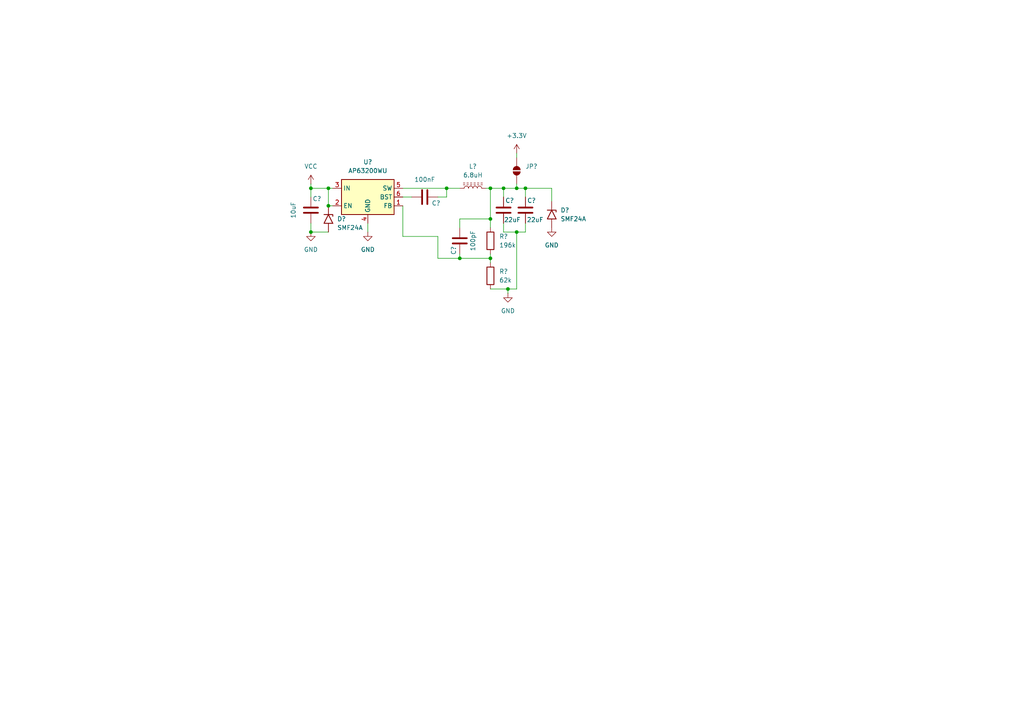
<source format=kicad_sch>
(kicad_sch
	(version 20250114)
	(generator "eeschema")
	(generator_version "9.0")
	(uuid "7e4294f7-fcce-4a84-9a6f-c6dcfccf890e")
	(paper "A4")
	(lib_symbols
		(symbol "Device:C"
			(pin_numbers
				(hide yes)
			)
			(pin_names
				(offset 0.254)
			)
			(exclude_from_sim no)
			(in_bom yes)
			(on_board yes)
			(property "Reference" "C"
				(at 0.635 2.54 0)
				(effects
					(font
						(size 1.27 1.27)
					)
					(justify left)
				)
			)
			(property "Value" "C"
				(at 0.635 -2.54 0)
				(effects
					(font
						(size 1.27 1.27)
					)
					(justify left)
				)
			)
			(property "Footprint" ""
				(at 0.9652 -3.81 0)
				(effects
					(font
						(size 1.27 1.27)
					)
					(hide yes)
				)
			)
			(property "Datasheet" "~"
				(at 0 0 0)
				(effects
					(font
						(size 1.27 1.27)
					)
					(hide yes)
				)
			)
			(property "Description" "Unpolarized capacitor"
				(at 0 0 0)
				(effects
					(font
						(size 1.27 1.27)
					)
					(hide yes)
				)
			)
			(property "ki_keywords" "cap capacitor"
				(at 0 0 0)
				(effects
					(font
						(size 1.27 1.27)
					)
					(hide yes)
				)
			)
			(property "ki_fp_filters" "C_*"
				(at 0 0 0)
				(effects
					(font
						(size 1.27 1.27)
					)
					(hide yes)
				)
			)
			(symbol "C_0_1"
				(polyline
					(pts
						(xy -2.032 0.762) (xy 2.032 0.762)
					)
					(stroke
						(width 0.508)
						(type default)
					)
					(fill
						(type none)
					)
				)
				(polyline
					(pts
						(xy -2.032 -0.762) (xy 2.032 -0.762)
					)
					(stroke
						(width 0.508)
						(type default)
					)
					(fill
						(type none)
					)
				)
			)
			(symbol "C_1_1"
				(pin passive line
					(at 0 3.81 270)
					(length 2.794)
					(name "~"
						(effects
							(font
								(size 1.27 1.27)
							)
						)
					)
					(number "1"
						(effects
							(font
								(size 1.27 1.27)
							)
						)
					)
				)
				(pin passive line
					(at 0 -3.81 90)
					(length 2.794)
					(name "~"
						(effects
							(font
								(size 1.27 1.27)
							)
						)
					)
					(number "2"
						(effects
							(font
								(size 1.27 1.27)
							)
						)
					)
				)
			)
			(embedded_fonts no)
		)
		(symbol "Device:L_Ferrite"
			(pin_numbers
				(hide yes)
			)
			(pin_names
				(offset 1.016)
				(hide yes)
			)
			(exclude_from_sim no)
			(in_bom yes)
			(on_board yes)
			(property "Reference" "L"
				(at -1.27 0 90)
				(effects
					(font
						(size 1.27 1.27)
					)
				)
			)
			(property "Value" "L_Ferrite"
				(at 2.794 0 90)
				(effects
					(font
						(size 1.27 1.27)
					)
				)
			)
			(property "Footprint" ""
				(at 0 0 0)
				(effects
					(font
						(size 1.27 1.27)
					)
					(hide yes)
				)
			)
			(property "Datasheet" "~"
				(at 0 0 0)
				(effects
					(font
						(size 1.27 1.27)
					)
					(hide yes)
				)
			)
			(property "Description" "Inductor with ferrite core"
				(at 0 0 0)
				(effects
					(font
						(size 1.27 1.27)
					)
					(hide yes)
				)
			)
			(property "ki_keywords" "inductor choke coil reactor magnetic"
				(at 0 0 0)
				(effects
					(font
						(size 1.27 1.27)
					)
					(hide yes)
				)
			)
			(property "ki_fp_filters" "Choke_* *Coil* Inductor_* L_*"
				(at 0 0 0)
				(effects
					(font
						(size 1.27 1.27)
					)
					(hide yes)
				)
			)
			(symbol "L_Ferrite_0_1"
				(arc
					(start 0 2.54)
					(mid 0.6323 1.905)
					(end 0 1.27)
					(stroke
						(width 0)
						(type default)
					)
					(fill
						(type none)
					)
				)
				(arc
					(start 0 1.27)
					(mid 0.6323 0.635)
					(end 0 0)
					(stroke
						(width 0)
						(type default)
					)
					(fill
						(type none)
					)
				)
				(arc
					(start 0 0)
					(mid 0.6323 -0.635)
					(end 0 -1.27)
					(stroke
						(width 0)
						(type default)
					)
					(fill
						(type none)
					)
				)
				(arc
					(start 0 -1.27)
					(mid 0.6323 -1.905)
					(end 0 -2.54)
					(stroke
						(width 0)
						(type default)
					)
					(fill
						(type none)
					)
				)
				(polyline
					(pts
						(xy 1.016 2.286) (xy 1.016 2.794)
					)
					(stroke
						(width 0)
						(type default)
					)
					(fill
						(type none)
					)
				)
				(polyline
					(pts
						(xy 1.016 1.27) (xy 1.016 1.778)
					)
					(stroke
						(width 0)
						(type default)
					)
					(fill
						(type none)
					)
				)
				(polyline
					(pts
						(xy 1.016 0.254) (xy 1.016 0.762)
					)
					(stroke
						(width 0)
						(type default)
					)
					(fill
						(type none)
					)
				)
				(polyline
					(pts
						(xy 1.016 -0.762) (xy 1.016 -0.254)
					)
					(stroke
						(width 0)
						(type default)
					)
					(fill
						(type none)
					)
				)
				(polyline
					(pts
						(xy 1.016 -1.778) (xy 1.016 -1.27)
					)
					(stroke
						(width 0)
						(type default)
					)
					(fill
						(type none)
					)
				)
				(polyline
					(pts
						(xy 1.016 -2.794) (xy 1.016 -2.286)
					)
					(stroke
						(width 0)
						(type default)
					)
					(fill
						(type none)
					)
				)
				(polyline
					(pts
						(xy 1.524 2.794) (xy 1.524 2.286)
					)
					(stroke
						(width 0)
						(type default)
					)
					(fill
						(type none)
					)
				)
				(polyline
					(pts
						(xy 1.524 1.778) (xy 1.524 1.27)
					)
					(stroke
						(width 0)
						(type default)
					)
					(fill
						(type none)
					)
				)
				(polyline
					(pts
						(xy 1.524 0.762) (xy 1.524 0.254)
					)
					(stroke
						(width 0)
						(type default)
					)
					(fill
						(type none)
					)
				)
				(polyline
					(pts
						(xy 1.524 -0.254) (xy 1.524 -0.762)
					)
					(stroke
						(width 0)
						(type default)
					)
					(fill
						(type none)
					)
				)
				(polyline
					(pts
						(xy 1.524 -1.27) (xy 1.524 -1.778)
					)
					(stroke
						(width 0)
						(type default)
					)
					(fill
						(type none)
					)
				)
				(polyline
					(pts
						(xy 1.524 -2.286) (xy 1.524 -2.794)
					)
					(stroke
						(width 0)
						(type default)
					)
					(fill
						(type none)
					)
				)
			)
			(symbol "L_Ferrite_1_1"
				(pin passive line
					(at 0 3.81 270)
					(length 1.27)
					(name "1"
						(effects
							(font
								(size 1.27 1.27)
							)
						)
					)
					(number "1"
						(effects
							(font
								(size 1.27 1.27)
							)
						)
					)
				)
				(pin passive line
					(at 0 -3.81 90)
					(length 1.27)
					(name "2"
						(effects
							(font
								(size 1.27 1.27)
							)
						)
					)
					(number "2"
						(effects
							(font
								(size 1.27 1.27)
							)
						)
					)
				)
			)
			(embedded_fonts no)
		)
		(symbol "Device:R"
			(pin_numbers
				(hide yes)
			)
			(pin_names
				(offset 0)
			)
			(exclude_from_sim no)
			(in_bom yes)
			(on_board yes)
			(property "Reference" "R"
				(at 2.032 0 90)
				(effects
					(font
						(size 1.27 1.27)
					)
				)
			)
			(property "Value" "R"
				(at 0 0 90)
				(effects
					(font
						(size 1.27 1.27)
					)
				)
			)
			(property "Footprint" ""
				(at -1.778 0 90)
				(effects
					(font
						(size 1.27 1.27)
					)
					(hide yes)
				)
			)
			(property "Datasheet" "~"
				(at 0 0 0)
				(effects
					(font
						(size 1.27 1.27)
					)
					(hide yes)
				)
			)
			(property "Description" "Resistor"
				(at 0 0 0)
				(effects
					(font
						(size 1.27 1.27)
					)
					(hide yes)
				)
			)
			(property "ki_keywords" "R res resistor"
				(at 0 0 0)
				(effects
					(font
						(size 1.27 1.27)
					)
					(hide yes)
				)
			)
			(property "ki_fp_filters" "R_*"
				(at 0 0 0)
				(effects
					(font
						(size 1.27 1.27)
					)
					(hide yes)
				)
			)
			(symbol "R_0_1"
				(rectangle
					(start -1.016 -2.54)
					(end 1.016 2.54)
					(stroke
						(width 0.254)
						(type default)
					)
					(fill
						(type none)
					)
				)
			)
			(symbol "R_1_1"
				(pin passive line
					(at 0 3.81 270)
					(length 1.27)
					(name "~"
						(effects
							(font
								(size 1.27 1.27)
							)
						)
					)
					(number "1"
						(effects
							(font
								(size 1.27 1.27)
							)
						)
					)
				)
				(pin passive line
					(at 0 -3.81 90)
					(length 1.27)
					(name "~"
						(effects
							(font
								(size 1.27 1.27)
							)
						)
					)
					(number "2"
						(effects
							(font
								(size 1.27 1.27)
							)
						)
					)
				)
			)
			(embedded_fonts no)
		)
		(symbol "Diode:SMF24A"
			(pin_numbers
				(hide yes)
			)
			(pin_names
				(offset 1.016)
				(hide yes)
			)
			(exclude_from_sim no)
			(in_bom yes)
			(on_board yes)
			(property "Reference" "D"
				(at 0 2.54 0)
				(effects
					(font
						(size 1.27 1.27)
					)
				)
			)
			(property "Value" "SMF24A"
				(at 0 -2.54 0)
				(effects
					(font
						(size 1.27 1.27)
					)
				)
			)
			(property "Footprint" "Diode_SMD:D_SMF"
				(at 0 -5.08 0)
				(effects
					(font
						(size 1.27 1.27)
					)
					(hide yes)
				)
			)
			(property "Datasheet" "https://www.vishay.com/doc?85881"
				(at -1.27 0 0)
				(effects
					(font
						(size 1.27 1.27)
					)
					(hide yes)
				)
			)
			(property "Description" "200W unidirectional Transil Transient Voltage Suppressor, 24Vrwm, SMF"
				(at 0 0 0)
				(effects
					(font
						(size 1.27 1.27)
					)
					(hide yes)
				)
			)
			(property "ki_keywords" "diode TVS voltage suppressor"
				(at 0 0 0)
				(effects
					(font
						(size 1.27 1.27)
					)
					(hide yes)
				)
			)
			(property "ki_fp_filters" "D*SMF*"
				(at 0 0 0)
				(effects
					(font
						(size 1.27 1.27)
					)
					(hide yes)
				)
			)
			(symbol "SMF24A_0_1"
				(polyline
					(pts
						(xy -0.762 1.27) (xy -1.27 1.27) (xy -1.27 -1.27)
					)
					(stroke
						(width 0.254)
						(type default)
					)
					(fill
						(type none)
					)
				)
				(polyline
					(pts
						(xy 1.27 1.27) (xy 1.27 -1.27) (xy -1.27 0) (xy 1.27 1.27)
					)
					(stroke
						(width 0.254)
						(type default)
					)
					(fill
						(type none)
					)
				)
			)
			(symbol "SMF24A_1_1"
				(pin passive line
					(at -3.81 0 0)
					(length 2.54)
					(name "A1"
						(effects
							(font
								(size 1.27 1.27)
							)
						)
					)
					(number "1"
						(effects
							(font
								(size 1.27 1.27)
							)
						)
					)
				)
				(pin passive line
					(at 3.81 0 180)
					(length 2.54)
					(name "A2"
						(effects
							(font
								(size 1.27 1.27)
							)
						)
					)
					(number "2"
						(effects
							(font
								(size 1.27 1.27)
							)
						)
					)
				)
			)
			(embedded_fonts no)
		)
		(symbol "Jumper:SolderJumper_2_Open"
			(pin_numbers
				(hide yes)
			)
			(pin_names
				(offset 0)
				(hide yes)
			)
			(exclude_from_sim no)
			(in_bom no)
			(on_board yes)
			(property "Reference" "JP"
				(at 0 2.032 0)
				(effects
					(font
						(size 1.27 1.27)
					)
				)
			)
			(property "Value" "SolderJumper_2_Open"
				(at 0 -2.54 0)
				(effects
					(font
						(size 1.27 1.27)
					)
				)
			)
			(property "Footprint" ""
				(at 0 0 0)
				(effects
					(font
						(size 1.27 1.27)
					)
					(hide yes)
				)
			)
			(property "Datasheet" "~"
				(at 0 0 0)
				(effects
					(font
						(size 1.27 1.27)
					)
					(hide yes)
				)
			)
			(property "Description" "Solder Jumper, 2-pole, open"
				(at 0 0 0)
				(effects
					(font
						(size 1.27 1.27)
					)
					(hide yes)
				)
			)
			(property "ki_keywords" "solder jumper SPST"
				(at 0 0 0)
				(effects
					(font
						(size 1.27 1.27)
					)
					(hide yes)
				)
			)
			(property "ki_fp_filters" "SolderJumper*Open*"
				(at 0 0 0)
				(effects
					(font
						(size 1.27 1.27)
					)
					(hide yes)
				)
			)
			(symbol "SolderJumper_2_Open_0_1"
				(polyline
					(pts
						(xy -0.254 1.016) (xy -0.254 -1.016)
					)
					(stroke
						(width 0)
						(type default)
					)
					(fill
						(type none)
					)
				)
				(arc
					(start -0.254 -1.016)
					(mid -1.2656 0)
					(end -0.254 1.016)
					(stroke
						(width 0)
						(type default)
					)
					(fill
						(type none)
					)
				)
				(arc
					(start -0.254 -1.016)
					(mid -1.2656 0)
					(end -0.254 1.016)
					(stroke
						(width 0)
						(type default)
					)
					(fill
						(type outline)
					)
				)
				(arc
					(start 0.254 1.016)
					(mid 1.2656 0)
					(end 0.254 -1.016)
					(stroke
						(width 0)
						(type default)
					)
					(fill
						(type none)
					)
				)
				(arc
					(start 0.254 1.016)
					(mid 1.2656 0)
					(end 0.254 -1.016)
					(stroke
						(width 0)
						(type default)
					)
					(fill
						(type outline)
					)
				)
				(polyline
					(pts
						(xy 0.254 1.016) (xy 0.254 -1.016)
					)
					(stroke
						(width 0)
						(type default)
					)
					(fill
						(type none)
					)
				)
			)
			(symbol "SolderJumper_2_Open_1_1"
				(pin passive line
					(at -3.81 0 0)
					(length 2.54)
					(name "A"
						(effects
							(font
								(size 1.27 1.27)
							)
						)
					)
					(number "1"
						(effects
							(font
								(size 1.27 1.27)
							)
						)
					)
				)
				(pin passive line
					(at 3.81 0 180)
					(length 2.54)
					(name "B"
						(effects
							(font
								(size 1.27 1.27)
							)
						)
					)
					(number "2"
						(effects
							(font
								(size 1.27 1.27)
							)
						)
					)
				)
			)
			(embedded_fonts no)
		)
		(symbol "Regulator_Switching:AP63200WU"
			(exclude_from_sim no)
			(in_bom yes)
			(on_board yes)
			(property "Reference" "U"
				(at -7.62 6.35 0)
				(effects
					(font
						(size 1.27 1.27)
					)
				)
			)
			(property "Value" "AP63200WU"
				(at 2.54 6.35 0)
				(effects
					(font
						(size 1.27 1.27)
					)
				)
			)
			(property "Footprint" "Package_TO_SOT_SMD:TSOT-23-6"
				(at 0 -22.86 0)
				(effects
					(font
						(size 1.27 1.27)
					)
					(hide yes)
				)
			)
			(property "Datasheet" "https://www.diodes.com/assets/Datasheets/AP63200-AP63201-AP63203-AP63205.pdf"
				(at 0 0 0)
				(effects
					(font
						(size 1.27 1.27)
					)
					(hide yes)
				)
			)
			(property "Description" "2A, 500kHz Buck DC/DC Converter, adjustable output voltage, TSOT-23-6"
				(at 0 0 0)
				(effects
					(font
						(size 1.27 1.27)
					)
					(hide yes)
				)
			)
			(property "ki_keywords" "2A Buck DC/DC"
				(at 0 0 0)
				(effects
					(font
						(size 1.27 1.27)
					)
					(hide yes)
				)
			)
			(property "ki_fp_filters" "TSOT?23*"
				(at 0 0 0)
				(effects
					(font
						(size 1.27 1.27)
					)
					(hide yes)
				)
			)
			(symbol "AP63200WU_0_1"
				(rectangle
					(start -7.62 5.08)
					(end 7.62 -5.08)
					(stroke
						(width 0.254)
						(type default)
					)
					(fill
						(type background)
					)
				)
			)
			(symbol "AP63200WU_1_1"
				(pin power_in line
					(at -10.16 2.54 0)
					(length 2.54)
					(name "IN"
						(effects
							(font
								(size 1.27 1.27)
							)
						)
					)
					(number "3"
						(effects
							(font
								(size 1.27 1.27)
							)
						)
					)
				)
				(pin input line
					(at -10.16 -2.54 0)
					(length 2.54)
					(name "EN"
						(effects
							(font
								(size 1.27 1.27)
							)
						)
					)
					(number "2"
						(effects
							(font
								(size 1.27 1.27)
							)
						)
					)
				)
				(pin power_in line
					(at 0 -7.62 90)
					(length 2.54)
					(name "GND"
						(effects
							(font
								(size 1.27 1.27)
							)
						)
					)
					(number "4"
						(effects
							(font
								(size 1.27 1.27)
							)
						)
					)
				)
				(pin output line
					(at 10.16 2.54 180)
					(length 2.54)
					(name "SW"
						(effects
							(font
								(size 1.27 1.27)
							)
						)
					)
					(number "5"
						(effects
							(font
								(size 1.27 1.27)
							)
						)
					)
				)
				(pin passive line
					(at 10.16 0 180)
					(length 2.54)
					(name "BST"
						(effects
							(font
								(size 1.27 1.27)
							)
						)
					)
					(number "6"
						(effects
							(font
								(size 1.27 1.27)
							)
						)
					)
				)
				(pin input line
					(at 10.16 -2.54 180)
					(length 2.54)
					(name "FB"
						(effects
							(font
								(size 1.27 1.27)
							)
						)
					)
					(number "1"
						(effects
							(font
								(size 1.27 1.27)
							)
						)
					)
				)
			)
			(embedded_fonts no)
		)
		(symbol "power:+3.3V"
			(power)
			(pin_numbers
				(hide yes)
			)
			(pin_names
				(offset 0)
				(hide yes)
			)
			(exclude_from_sim no)
			(in_bom yes)
			(on_board yes)
			(property "Reference" "#PWR"
				(at 0 -3.81 0)
				(effects
					(font
						(size 1.27 1.27)
					)
					(hide yes)
				)
			)
			(property "Value" "+3.3V"
				(at 0 3.556 0)
				(effects
					(font
						(size 1.27 1.27)
					)
				)
			)
			(property "Footprint" ""
				(at 0 0 0)
				(effects
					(font
						(size 1.27 1.27)
					)
					(hide yes)
				)
			)
			(property "Datasheet" ""
				(at 0 0 0)
				(effects
					(font
						(size 1.27 1.27)
					)
					(hide yes)
				)
			)
			(property "Description" "Power symbol creates a global label with name \"+3.3V\""
				(at 0 0 0)
				(effects
					(font
						(size 1.27 1.27)
					)
					(hide yes)
				)
			)
			(property "ki_keywords" "global power"
				(at 0 0 0)
				(effects
					(font
						(size 1.27 1.27)
					)
					(hide yes)
				)
			)
			(symbol "+3.3V_0_1"
				(polyline
					(pts
						(xy -0.762 1.27) (xy 0 2.54)
					)
					(stroke
						(width 0)
						(type default)
					)
					(fill
						(type none)
					)
				)
				(polyline
					(pts
						(xy 0 2.54) (xy 0.762 1.27)
					)
					(stroke
						(width 0)
						(type default)
					)
					(fill
						(type none)
					)
				)
				(polyline
					(pts
						(xy 0 0) (xy 0 2.54)
					)
					(stroke
						(width 0)
						(type default)
					)
					(fill
						(type none)
					)
				)
			)
			(symbol "+3.3V_1_1"
				(pin power_in line
					(at 0 0 90)
					(length 0)
					(name "~"
						(effects
							(font
								(size 1.27 1.27)
							)
						)
					)
					(number "1"
						(effects
							(font
								(size 1.27 1.27)
							)
						)
					)
				)
			)
			(embedded_fonts no)
		)
		(symbol "power:GND"
			(power)
			(pin_numbers
				(hide yes)
			)
			(pin_names
				(offset 0)
				(hide yes)
			)
			(exclude_from_sim no)
			(in_bom yes)
			(on_board yes)
			(property "Reference" "#PWR"
				(at 0 -6.35 0)
				(effects
					(font
						(size 1.27 1.27)
					)
					(hide yes)
				)
			)
			(property "Value" "GND"
				(at 0 -3.81 0)
				(effects
					(font
						(size 1.27 1.27)
					)
				)
			)
			(property "Footprint" ""
				(at 0 0 0)
				(effects
					(font
						(size 1.27 1.27)
					)
					(hide yes)
				)
			)
			(property "Datasheet" ""
				(at 0 0 0)
				(effects
					(font
						(size 1.27 1.27)
					)
					(hide yes)
				)
			)
			(property "Description" "Power symbol creates a global label with name \"GND\" , ground"
				(at 0 0 0)
				(effects
					(font
						(size 1.27 1.27)
					)
					(hide yes)
				)
			)
			(property "ki_keywords" "global power"
				(at 0 0 0)
				(effects
					(font
						(size 1.27 1.27)
					)
					(hide yes)
				)
			)
			(symbol "GND_0_1"
				(polyline
					(pts
						(xy 0 0) (xy 0 -1.27) (xy 1.27 -1.27) (xy 0 -2.54) (xy -1.27 -1.27) (xy 0 -1.27)
					)
					(stroke
						(width 0)
						(type default)
					)
					(fill
						(type none)
					)
				)
			)
			(symbol "GND_1_1"
				(pin power_in line
					(at 0 0 270)
					(length 0)
					(name "~"
						(effects
							(font
								(size 1.27 1.27)
							)
						)
					)
					(number "1"
						(effects
							(font
								(size 1.27 1.27)
							)
						)
					)
				)
			)
			(embedded_fonts no)
		)
		(symbol "power:VCC"
			(power)
			(pin_numbers
				(hide yes)
			)
			(pin_names
				(offset 0)
				(hide yes)
			)
			(exclude_from_sim no)
			(in_bom yes)
			(on_board yes)
			(property "Reference" "#PWR"
				(at 0 -3.81 0)
				(effects
					(font
						(size 1.27 1.27)
					)
					(hide yes)
				)
			)
			(property "Value" "VCC"
				(at 0 3.556 0)
				(effects
					(font
						(size 1.27 1.27)
					)
				)
			)
			(property "Footprint" ""
				(at 0 0 0)
				(effects
					(font
						(size 1.27 1.27)
					)
					(hide yes)
				)
			)
			(property "Datasheet" ""
				(at 0 0 0)
				(effects
					(font
						(size 1.27 1.27)
					)
					(hide yes)
				)
			)
			(property "Description" "Power symbol creates a global label with name \"VCC\""
				(at 0 0 0)
				(effects
					(font
						(size 1.27 1.27)
					)
					(hide yes)
				)
			)
			(property "ki_keywords" "global power"
				(at 0 0 0)
				(effects
					(font
						(size 1.27 1.27)
					)
					(hide yes)
				)
			)
			(symbol "VCC_0_1"
				(polyline
					(pts
						(xy -0.762 1.27) (xy 0 2.54)
					)
					(stroke
						(width 0)
						(type default)
					)
					(fill
						(type none)
					)
				)
				(polyline
					(pts
						(xy 0 2.54) (xy 0.762 1.27)
					)
					(stroke
						(width 0)
						(type default)
					)
					(fill
						(type none)
					)
				)
				(polyline
					(pts
						(xy 0 0) (xy 0 2.54)
					)
					(stroke
						(width 0)
						(type default)
					)
					(fill
						(type none)
					)
				)
			)
			(symbol "VCC_1_1"
				(pin power_in line
					(at 0 0 90)
					(length 0)
					(name "~"
						(effects
							(font
								(size 1.27 1.27)
							)
						)
					)
					(number "1"
						(effects
							(font
								(size 1.27 1.27)
							)
						)
					)
				)
			)
			(embedded_fonts no)
		)
	)
	(junction
		(at 147.32 83.82)
		(diameter 0)
		(color 0 0 0 0)
		(uuid "12233eb8-008d-4147-b145-fd951a190654")
	)
	(junction
		(at 142.24 54.61)
		(diameter 0)
		(color 0 0 0 0)
		(uuid "1a874b69-72a3-4ab0-b174-ed3ed5dbf236")
	)
	(junction
		(at 95.25 59.69)
		(diameter 0)
		(color 0 0 0 0)
		(uuid "30b9fb34-5253-4b2c-b016-ab392dc74b55")
	)
	(junction
		(at 90.17 54.61)
		(diameter 0)
		(color 0 0 0 0)
		(uuid "48ebfa57-fba7-46c0-a328-e9b5e30e09c7")
	)
	(junction
		(at 149.86 54.61)
		(diameter 0)
		(color 0 0 0 0)
		(uuid "4c943c3e-e576-458d-b130-43e1ca8fe317")
	)
	(junction
		(at 142.24 63.5)
		(diameter 0)
		(color 0 0 0 0)
		(uuid "6a5978ef-6d95-40c8-bd75-1d018bb7ddd1")
	)
	(junction
		(at 95.25 54.61)
		(diameter 0)
		(color 0 0 0 0)
		(uuid "840af9ce-e49e-425c-bf95-0cb77a131d51")
	)
	(junction
		(at 149.86 67.31)
		(diameter 0)
		(color 0 0 0 0)
		(uuid "873baf07-ad96-4f66-9c28-3ba0a71518da")
	)
	(junction
		(at 129.54 54.61)
		(diameter 0)
		(color 0 0 0 0)
		(uuid "8edcd765-bb90-40bc-8d02-5568b1f44d5c")
	)
	(junction
		(at 133.35 74.93)
		(diameter 0)
		(color 0 0 0 0)
		(uuid "b4eebfd0-f50c-4a2c-a9c6-d774a4a1f0a6")
	)
	(junction
		(at 152.4 54.61)
		(diameter 0)
		(color 0 0 0 0)
		(uuid "c35b4676-5722-4c03-aba6-5c1c86b8deac")
	)
	(junction
		(at 142.24 74.93)
		(diameter 0)
		(color 0 0 0 0)
		(uuid "d5d6e0d9-628a-44a8-af3a-c2362d55c409")
	)
	(junction
		(at 146.05 54.61)
		(diameter 0)
		(color 0 0 0 0)
		(uuid "d820544d-ea4a-4ef1-9234-072555ebcaa3")
	)
	(junction
		(at 90.17 67.31)
		(diameter 0)
		(color 0 0 0 0)
		(uuid "e828ee63-fa7c-419d-bc4d-fbd64b67a465")
	)
	(wire
		(pts
			(xy 133.35 74.93) (xy 142.24 74.93)
		)
		(stroke
			(width 0)
			(type default)
		)
		(uuid "01a97f45-3efe-48bc-a98e-c1e2d8e407a1")
	)
	(wire
		(pts
			(xy 133.35 73.66) (xy 133.35 74.93)
		)
		(stroke
			(width 0)
			(type default)
		)
		(uuid "02494331-4084-4c3b-a4c2-a38ab5115661")
	)
	(wire
		(pts
			(xy 142.24 74.93) (xy 142.24 76.2)
		)
		(stroke
			(width 0)
			(type default)
		)
		(uuid "0760e547-54e9-40d7-b312-e302cb26c105")
	)
	(wire
		(pts
			(xy 146.05 67.31) (xy 146.05 64.77)
		)
		(stroke
			(width 0)
			(type default)
		)
		(uuid "0dbbbe9a-044b-4f11-99e3-b6aa63fd9958")
	)
	(wire
		(pts
			(xy 127 68.58) (xy 116.84 68.58)
		)
		(stroke
			(width 0)
			(type default)
		)
		(uuid "12e95b30-db35-41c4-8045-538809540ee6")
	)
	(wire
		(pts
			(xy 142.24 54.61) (xy 146.05 54.61)
		)
		(stroke
			(width 0)
			(type default)
		)
		(uuid "17dc2562-79f8-4521-9343-c9b8d4e10cc6")
	)
	(wire
		(pts
			(xy 95.25 59.69) (xy 95.25 54.61)
		)
		(stroke
			(width 0)
			(type default)
		)
		(uuid "18bba335-311e-476d-926d-98da39eabf7a")
	)
	(wire
		(pts
			(xy 152.4 54.61) (xy 152.4 57.15)
		)
		(stroke
			(width 0)
			(type default)
		)
		(uuid "1d74b0b8-633e-45c8-bbb3-6cbcd1783b9d")
	)
	(wire
		(pts
			(xy 160.02 54.61) (xy 152.4 54.61)
		)
		(stroke
			(width 0)
			(type default)
		)
		(uuid "1f5b02a7-b504-4522-824a-e207b6595ad8")
	)
	(wire
		(pts
			(xy 149.86 54.61) (xy 152.4 54.61)
		)
		(stroke
			(width 0)
			(type default)
		)
		(uuid "1f9d1af8-eafa-4412-8b65-a0133526ab98")
	)
	(wire
		(pts
			(xy 142.24 63.5) (xy 142.24 66.04)
		)
		(stroke
			(width 0)
			(type default)
		)
		(uuid "1fef3035-67e4-4d02-88b9-255e63de4d65")
	)
	(wire
		(pts
			(xy 149.86 44.45) (xy 149.86 45.72)
		)
		(stroke
			(width 0)
			(type default)
		)
		(uuid "266488c1-eb5b-4c09-b353-9c805a465819")
	)
	(wire
		(pts
			(xy 90.17 64.77) (xy 90.17 67.31)
		)
		(stroke
			(width 0)
			(type default)
		)
		(uuid "29a392fe-7697-4d26-8259-fa6ee6983cf4")
	)
	(wire
		(pts
			(xy 96.52 59.69) (xy 95.25 59.69)
		)
		(stroke
			(width 0)
			(type default)
		)
		(uuid "3523b7a0-a75e-454c-9051-2ef392bbc94a")
	)
	(wire
		(pts
			(xy 129.54 54.61) (xy 133.35 54.61)
		)
		(stroke
			(width 0)
			(type default)
		)
		(uuid "3d6dea9b-b89a-4d17-b171-e494fe0a2ad6")
	)
	(wire
		(pts
			(xy 149.86 67.31) (xy 149.86 83.82)
		)
		(stroke
			(width 0)
			(type default)
		)
		(uuid "3f05bcdb-1985-48c6-bcb6-4533ab75e7c6")
	)
	(wire
		(pts
			(xy 90.17 54.61) (xy 95.25 54.61)
		)
		(stroke
			(width 0)
			(type default)
		)
		(uuid "4da47c7f-0f47-4764-b8d7-14f2b11aae2a")
	)
	(wire
		(pts
			(xy 142.24 54.61) (xy 142.24 63.5)
		)
		(stroke
			(width 0)
			(type default)
		)
		(uuid "4f90404a-4bb6-42be-b866-5770f2501d21")
	)
	(wire
		(pts
			(xy 106.68 64.77) (xy 106.68 67.31)
		)
		(stroke
			(width 0)
			(type default)
		)
		(uuid "53735e3d-8d22-4944-b41a-8458e3d9877d")
	)
	(wire
		(pts
			(xy 149.86 67.31) (xy 146.05 67.31)
		)
		(stroke
			(width 0)
			(type default)
		)
		(uuid "64f0c53a-7aea-46ef-a19c-37056779c873")
	)
	(wire
		(pts
			(xy 140.97 54.61) (xy 142.24 54.61)
		)
		(stroke
			(width 0)
			(type default)
		)
		(uuid "67091c65-503a-4f44-9323-5108560a204c")
	)
	(wire
		(pts
			(xy 152.4 67.31) (xy 149.86 67.31)
		)
		(stroke
			(width 0)
			(type default)
		)
		(uuid "6d26bc25-670c-4b30-977d-5c6e2fcc2d57")
	)
	(wire
		(pts
			(xy 147.32 83.82) (xy 149.86 83.82)
		)
		(stroke
			(width 0)
			(type default)
		)
		(uuid "6ddcb3b4-7bdf-4900-96c6-50f9418262e7")
	)
	(wire
		(pts
			(xy 142.24 83.82) (xy 147.32 83.82)
		)
		(stroke
			(width 0)
			(type default)
		)
		(uuid "7afa315e-8dcb-4297-83ab-47100cf93da9")
	)
	(wire
		(pts
			(xy 133.35 66.04) (xy 133.35 63.5)
		)
		(stroke
			(width 0)
			(type default)
		)
		(uuid "7c9527c4-a582-4aaf-ad04-341247848880")
	)
	(wire
		(pts
			(xy 127 57.15) (xy 129.54 57.15)
		)
		(stroke
			(width 0)
			(type default)
		)
		(uuid "9bac29b2-3a7e-40d1-aeeb-1fd6024bfcc9")
	)
	(wire
		(pts
			(xy 160.02 58.42) (xy 160.02 54.61)
		)
		(stroke
			(width 0)
			(type default)
		)
		(uuid "9da19ac1-8523-4f83-bc62-129af49db30d")
	)
	(wire
		(pts
			(xy 116.84 57.15) (xy 119.38 57.15)
		)
		(stroke
			(width 0)
			(type default)
		)
		(uuid "a6d408e4-51db-4369-9228-510d8ed4e5fa")
	)
	(wire
		(pts
			(xy 146.05 54.61) (xy 146.05 57.15)
		)
		(stroke
			(width 0)
			(type default)
		)
		(uuid "a6f8c0d1-1f31-41b9-9dfe-723121a7666b")
	)
	(wire
		(pts
			(xy 90.17 53.34) (xy 90.17 54.61)
		)
		(stroke
			(width 0)
			(type default)
		)
		(uuid "a8145907-bc4a-4150-97ef-6e10e7958ee7")
	)
	(wire
		(pts
			(xy 146.05 54.61) (xy 149.86 54.61)
		)
		(stroke
			(width 0)
			(type default)
		)
		(uuid "ab76477e-9c89-4453-a86c-16e4ec58def9")
	)
	(wire
		(pts
			(xy 90.17 67.31) (xy 95.25 67.31)
		)
		(stroke
			(width 0)
			(type default)
		)
		(uuid "ad7da795-9a47-4e47-9d10-c00ef165fd21")
	)
	(wire
		(pts
			(xy 90.17 54.61) (xy 90.17 57.15)
		)
		(stroke
			(width 0)
			(type default)
		)
		(uuid "b2f4cdc4-0b5a-4653-93b8-d973fd162ad0")
	)
	(wire
		(pts
			(xy 95.25 54.61) (xy 96.52 54.61)
		)
		(stroke
			(width 0)
			(type default)
		)
		(uuid "bc86ed46-7653-48a7-8d37-d87a2c25f88b")
	)
	(wire
		(pts
			(xy 116.84 54.61) (xy 129.54 54.61)
		)
		(stroke
			(width 0)
			(type default)
		)
		(uuid "c2508131-808c-4b5d-a393-8caa49943b41")
	)
	(wire
		(pts
			(xy 147.32 83.82) (xy 147.32 85.09)
		)
		(stroke
			(width 0)
			(type default)
		)
		(uuid "c3abeda8-0f30-4a71-a956-11d75347e062")
	)
	(wire
		(pts
			(xy 152.4 64.77) (xy 152.4 67.31)
		)
		(stroke
			(width 0)
			(type default)
		)
		(uuid "c749a6b3-c1c9-4c7b-ba13-db548c1f7c49")
	)
	(wire
		(pts
			(xy 127 74.93) (xy 133.35 74.93)
		)
		(stroke
			(width 0)
			(type default)
		)
		(uuid "d26dafd5-638f-4a03-bafe-e637d98ca14e")
	)
	(wire
		(pts
			(xy 133.35 63.5) (xy 142.24 63.5)
		)
		(stroke
			(width 0)
			(type default)
		)
		(uuid "d5a9a761-50ae-401b-8790-5e6102cc5c96")
	)
	(wire
		(pts
			(xy 129.54 57.15) (xy 129.54 54.61)
		)
		(stroke
			(width 0)
			(type default)
		)
		(uuid "dfce7591-8f83-4913-bf97-e6c93ec98b95")
	)
	(wire
		(pts
			(xy 116.84 68.58) (xy 116.84 59.69)
		)
		(stroke
			(width 0)
			(type default)
		)
		(uuid "edc4af90-e6f6-4bb3-a19a-b43c749b311a")
	)
	(wire
		(pts
			(xy 149.86 53.34) (xy 149.86 54.61)
		)
		(stroke
			(width 0)
			(type default)
		)
		(uuid "ef999417-41e8-4131-b5c9-149c58993f4d")
	)
	(wire
		(pts
			(xy 127 68.58) (xy 127 74.93)
		)
		(stroke
			(width 0)
			(type default)
		)
		(uuid "f033cd8a-387e-43fe-be76-75cd741239e8")
	)
	(wire
		(pts
			(xy 142.24 73.66) (xy 142.24 74.93)
		)
		(stroke
			(width 0)
			(type default)
		)
		(uuid "fa700c05-1dd3-43e2-bcd7-63619be8ad75")
	)
	(symbol
		(lib_id "power:GND")
		(at 106.68 67.31 0)
		(unit 1)
		(exclude_from_sim no)
		(in_bom yes)
		(on_board yes)
		(dnp no)
		(fields_autoplaced yes)
		(uuid "0e21f61b-6a4e-47b2-a186-56f17e4660ce")
		(property "Reference" "#PWR?"
			(at 106.68 73.66 0)
			(effects
				(font
					(size 1.27 1.27)
				)
				(hide yes)
			)
		)
		(property "Value" "GND"
			(at 106.68 72.39 0)
			(effects
				(font
					(size 1.27 1.27)
				)
			)
		)
		(property "Footprint" ""
			(at 106.68 67.31 0)
			(effects
				(font
					(size 1.27 1.27)
				)
				(hide yes)
			)
		)
		(property "Datasheet" ""
			(at 106.68 67.31 0)
			(effects
				(font
					(size 1.27 1.27)
				)
				(hide yes)
			)
		)
		(property "Description" "Power symbol creates a global label with name \"GND\" , ground"
			(at 106.68 67.31 0)
			(effects
				(font
					(size 1.27 1.27)
				)
				(hide yes)
			)
		)
		(pin "1"
			(uuid "686d4217-2fb1-407c-a1d5-18614b2b32e6")
		)
		(instances
			(project "Modulo de alimentación de diferencia de potencial"
				(path "/7e4294f7-fcce-4a84-9a6f-c6dcfccf890e"
					(reference "#PWR?")
					(unit 1)
				)
			)
			(project ""
				(path "/8290cc18-06d0-4e02-a781-29a61ebc321a/9e4d7a0c-a5eb-4e88-9036-0c35e68b279a/8ab7d9d8-a14c-43b1-bf79-ac7dfdaef76f"
					(reference "#PWR020")
					(unit 1)
				)
			)
			(project "NIVARA_ZorionX_BOARD"
				(path "/8e19332e-3534-4a04-99a8-04957ac8928f/8ab7d9d8-a14c-43b1-bf79-ac7dfdaef76f"
					(reference "#PWR?")
					(unit 1)
				)
			)
		)
	)
	(symbol
		(lib_id "power:GND")
		(at 147.32 85.09 0)
		(unit 1)
		(exclude_from_sim no)
		(in_bom yes)
		(on_board yes)
		(dnp no)
		(fields_autoplaced yes)
		(uuid "0e6f663a-8e71-44a2-86aa-0c632cd76af2")
		(property "Reference" "#PWR?"
			(at 147.32 91.44 0)
			(effects
				(font
					(size 1.27 1.27)
				)
				(hide yes)
			)
		)
		(property "Value" "GND"
			(at 147.32 90.17 0)
			(effects
				(font
					(size 1.27 1.27)
				)
			)
		)
		(property "Footprint" ""
			(at 147.32 85.09 0)
			(effects
				(font
					(size 1.27 1.27)
				)
				(hide yes)
			)
		)
		(property "Datasheet" ""
			(at 147.32 85.09 0)
			(effects
				(font
					(size 1.27 1.27)
				)
				(hide yes)
			)
		)
		(property "Description" "Power symbol creates a global label with name \"GND\" , ground"
			(at 147.32 85.09 0)
			(effects
				(font
					(size 1.27 1.27)
				)
				(hide yes)
			)
		)
		(pin "1"
			(uuid "836d18ef-30c0-4678-bb1d-409bd0027c31")
		)
		(instances
			(project "Modulo de alimentación de diferencia de potencial"
				(path "/7e4294f7-fcce-4a84-9a6f-c6dcfccf890e"
					(reference "#PWR?")
					(unit 1)
				)
			)
			(project "NIVARA"
				(path "/8290cc18-06d0-4e02-a781-29a61ebc321a/9e4d7a0c-a5eb-4e88-9036-0c35e68b279a/8ab7d9d8-a14c-43b1-bf79-ac7dfdaef76f"
					(reference "#PWR021")
					(unit 1)
				)
			)
			(project "NIVARA_ZorionX_BOARD"
				(path "/8e19332e-3534-4a04-99a8-04957ac8928f/8ab7d9d8-a14c-43b1-bf79-ac7dfdaef76f"
					(reference "#PWR?")
					(unit 1)
				)
			)
		)
	)
	(symbol
		(lib_id "Device:C")
		(at 133.35 69.85 0)
		(unit 1)
		(exclude_from_sim no)
		(in_bom yes)
		(on_board yes)
		(dnp no)
		(uuid "12d82860-c42c-4288-bc21-4f130d7cb8e0")
		(property "Reference" "C?"
			(at 131.572 72.644 90)
			(effects
				(font
					(size 1.27 1.27)
				)
			)
		)
		(property "Value" "100pF"
			(at 137.16 69.85 90)
			(effects
				(font
					(size 1.27 1.27)
				)
			)
		)
		(property "Footprint" "Capacitor_SMD:C_0805_2012Metric"
			(at 134.3152 73.66 0)
			(effects
				(font
					(size 1.27 1.27)
				)
				(hide yes)
			)
		)
		(property "Datasheet" "~"
			(at 133.35 69.85 0)
			(effects
				(font
					(size 1.27 1.27)
				)
				(hide yes)
			)
		)
		(property "Description" "Unpolarized capacitor"
			(at 133.35 69.85 0)
			(effects
				(font
					(size 1.27 1.27)
				)
				(hide yes)
			)
		)
		(pin "1"
			(uuid "e9c81e75-97f0-4566-8d09-bfed0145f83f")
		)
		(pin "2"
			(uuid "8f92ba28-c89d-429c-bade-4a0a6ca9fea7")
		)
		(instances
			(project "Modulo de alimentación de diferencia de potencial"
				(path "/7e4294f7-fcce-4a84-9a6f-c6dcfccf890e"
					(reference "C?")
					(unit 1)
				)
			)
			(project "NIVARA"
				(path "/8290cc18-06d0-4e02-a781-29a61ebc321a/9e4d7a0c-a5eb-4e88-9036-0c35e68b279a/8ab7d9d8-a14c-43b1-bf79-ac7dfdaef76f"
					(reference "C4")
					(unit 1)
				)
			)
			(project "NIVARA_ZorionX_BOARD"
				(path "/8e19332e-3534-4a04-99a8-04957ac8928f/8ab7d9d8-a14c-43b1-bf79-ac7dfdaef76f"
					(reference "C?")
					(unit 1)
				)
			)
		)
	)
	(symbol
		(lib_id "Device:C")
		(at 146.05 60.96 180)
		(unit 1)
		(exclude_from_sim no)
		(in_bom yes)
		(on_board yes)
		(dnp no)
		(uuid "23d20080-2246-41a4-bd7f-3a24cd5a10f3")
		(property "Reference" "C?"
			(at 147.828 58.166 0)
			(effects
				(font
					(size 1.27 1.27)
				)
			)
		)
		(property "Value" "22uF"
			(at 148.59 63.754 0)
			(effects
				(font
					(size 1.27 1.27)
				)
			)
		)
		(property "Footprint" "Capacitor_SMD:C_0805_2012Metric"
			(at 145.0848 57.15 0)
			(effects
				(font
					(size 1.27 1.27)
				)
				(hide yes)
			)
		)
		(property "Datasheet" "~"
			(at 146.05 60.96 0)
			(effects
				(font
					(size 1.27 1.27)
				)
				(hide yes)
			)
		)
		(property "Description" "Unpolarized capacitor"
			(at 146.05 60.96 0)
			(effects
				(font
					(size 1.27 1.27)
				)
				(hide yes)
			)
		)
		(pin "1"
			(uuid "4b8316d1-e44c-4d79-8ced-e6bf8db27997")
		)
		(pin "2"
			(uuid "0b8a7eb6-141d-4ccf-bac0-9d0508144fba")
		)
		(instances
			(project "Modulo de alimentación de diferencia de potencial"
				(path "/7e4294f7-fcce-4a84-9a6f-c6dcfccf890e"
					(reference "C?")
					(unit 1)
				)
			)
			(project "NIVARA"
				(path "/8290cc18-06d0-4e02-a781-29a61ebc321a/9e4d7a0c-a5eb-4e88-9036-0c35e68b279a/8ab7d9d8-a14c-43b1-bf79-ac7dfdaef76f"
					(reference "C5")
					(unit 1)
				)
			)
			(project "NIVARA_ZorionX_BOARD"
				(path "/8e19332e-3534-4a04-99a8-04957ac8928f/8ab7d9d8-a14c-43b1-bf79-ac7dfdaef76f"
					(reference "C?")
					(unit 1)
				)
			)
		)
	)
	(symbol
		(lib_id "Regulator_Switching:AP63200WU")
		(at 106.68 57.15 0)
		(unit 1)
		(exclude_from_sim no)
		(in_bom yes)
		(on_board yes)
		(dnp no)
		(fields_autoplaced yes)
		(uuid "3969479d-123e-4143-aebc-6d5e5421000c")
		(property "Reference" "U?"
			(at 106.68 46.99 0)
			(effects
				(font
					(size 1.27 1.27)
				)
			)
		)
		(property "Value" "AP63200WU"
			(at 106.68 49.53 0)
			(effects
				(font
					(size 1.27 1.27)
				)
			)
		)
		(property "Footprint" "Package_TO_SOT_SMD:TSOT-23-6"
			(at 106.68 80.01 0)
			(effects
				(font
					(size 1.27 1.27)
				)
				(hide yes)
			)
		)
		(property "Datasheet" "https://www.diodes.com/assets/Datasheets/AP63200-AP63201-AP63203-AP63205.pdf"
			(at 106.68 57.15 0)
			(effects
				(font
					(size 1.27 1.27)
				)
				(hide yes)
			)
		)
		(property "Description" "2A, 500kHz Buck DC/DC Converter, adjustable output voltage, TSOT-23-6"
			(at 106.68 57.15 0)
			(effects
				(font
					(size 1.27 1.27)
				)
				(hide yes)
			)
		)
		(pin "1"
			(uuid "afa471e5-cf7b-46dd-ac54-1b21c7d27114")
		)
		(pin "4"
			(uuid "a1340555-12af-4e75-93d9-f2d0ef21e8fa")
		)
		(pin "5"
			(uuid "03899440-26a8-4a5c-8b68-29c3def09a82")
		)
		(pin "2"
			(uuid "ebcd4919-b36d-4b0e-84c8-02352be52bf0")
		)
		(pin "6"
			(uuid "3dcb7333-582b-45e5-94c2-20d1b5bea4d8")
		)
		(pin "3"
			(uuid "706907ea-48b7-4b11-9dd4-8b5aaa78d895")
		)
		(instances
			(project "Modulo de alimentación de diferencia de potencial"
				(path "/7e4294f7-fcce-4a84-9a6f-c6dcfccf890e"
					(reference "U?")
					(unit 1)
				)
			)
			(project ""
				(path "/8290cc18-06d0-4e02-a781-29a61ebc321a/9e4d7a0c-a5eb-4e88-9036-0c35e68b279a/8ab7d9d8-a14c-43b1-bf79-ac7dfdaef76f"
					(reference "U2")
					(unit 1)
				)
			)
			(project "NIVARA_ZorionX_BOARD"
				(path "/8e19332e-3534-4a04-99a8-04957ac8928f/8ab7d9d8-a14c-43b1-bf79-ac7dfdaef76f"
					(reference "U?")
					(unit 1)
				)
			)
		)
	)
	(symbol
		(lib_id "power:+3.3V")
		(at 149.86 44.45 0)
		(unit 1)
		(exclude_from_sim no)
		(in_bom yes)
		(on_board yes)
		(dnp no)
		(fields_autoplaced yes)
		(uuid "3cc0b3c3-075a-413c-992b-b165c019a428")
		(property "Reference" "#PWR?"
			(at 149.86 48.26 0)
			(effects
				(font
					(size 1.27 1.27)
				)
				(hide yes)
			)
		)
		(property "Value" "+3.3V"
			(at 149.86 39.37 0)
			(effects
				(font
					(size 1.27 1.27)
				)
			)
		)
		(property "Footprint" ""
			(at 149.86 44.45 0)
			(effects
				(font
					(size 1.27 1.27)
				)
				(hide yes)
			)
		)
		(property "Datasheet" ""
			(at 149.86 44.45 0)
			(effects
				(font
					(size 1.27 1.27)
				)
				(hide yes)
			)
		)
		(property "Description" "Power symbol creates a global label with name \"+3.3V\""
			(at 149.86 44.45 0)
			(effects
				(font
					(size 1.27 1.27)
				)
				(hide yes)
			)
		)
		(pin "1"
			(uuid "6068aeeb-ba6d-4ef1-8d20-e88162b12865")
		)
		(instances
			(project "Modulo de alimentación de diferencia de potencial"
				(path "/7e4294f7-fcce-4a84-9a6f-c6dcfccf890e"
					(reference "#PWR?")
					(unit 1)
				)
			)
			(project ""
				(path "/8290cc18-06d0-4e02-a781-29a61ebc321a/9e4d7a0c-a5eb-4e88-9036-0c35e68b279a/8ab7d9d8-a14c-43b1-bf79-ac7dfdaef76f"
					(reference "#PWR022")
					(unit 1)
				)
			)
			(project "NIVARA_ZorionX_BOARD"
				(path "/8e19332e-3534-4a04-99a8-04957ac8928f/8ab7d9d8-a14c-43b1-bf79-ac7dfdaef76f"
					(reference "#PWR?")
					(unit 1)
				)
			)
		)
	)
	(symbol
		(lib_id "Device:R")
		(at 142.24 80.01 0)
		(unit 1)
		(exclude_from_sim no)
		(in_bom yes)
		(on_board yes)
		(dnp no)
		(fields_autoplaced yes)
		(uuid "3efb581d-de94-4c4e-9548-0819a151d7da")
		(property "Reference" "R?"
			(at 144.78 78.7399 0)
			(effects
				(font
					(size 1.27 1.27)
				)
				(justify left)
			)
		)
		(property "Value" "62k"
			(at 144.78 81.2799 0)
			(effects
				(font
					(size 1.27 1.27)
				)
				(justify left)
			)
		)
		(property "Footprint" "Resistor_SMD:R_0603_1608Metric"
			(at 140.462 80.01 90)
			(effects
				(font
					(size 1.27 1.27)
				)
				(hide yes)
			)
		)
		(property "Datasheet" "~"
			(at 142.24 80.01 0)
			(effects
				(font
					(size 1.27 1.27)
				)
				(hide yes)
			)
		)
		(property "Description" "Resistor"
			(at 142.24 80.01 0)
			(effects
				(font
					(size 1.27 1.27)
				)
				(hide yes)
			)
		)
		(pin "2"
			(uuid "2bf610ab-98ca-4ab8-bcdb-5ae13d362a40")
		)
		(pin "1"
			(uuid "b6167cb1-2b78-46a1-afcf-06cf460b85a7")
		)
		(instances
			(project "Modulo de alimentación de diferencia de potencial"
				(path "/7e4294f7-fcce-4a84-9a6f-c6dcfccf890e"
					(reference "R?")
					(unit 1)
				)
			)
			(project "NIVARA"
				(path "/8290cc18-06d0-4e02-a781-29a61ebc321a/9e4d7a0c-a5eb-4e88-9036-0c35e68b279a/8ab7d9d8-a14c-43b1-bf79-ac7dfdaef76f"
					(reference "R6")
					(unit 1)
				)
			)
			(project "NIVARA_ZorionX_BOARD"
				(path "/8e19332e-3534-4a04-99a8-04957ac8928f/8ab7d9d8-a14c-43b1-bf79-ac7dfdaef76f"
					(reference "R?")
					(unit 1)
				)
			)
		)
	)
	(symbol
		(lib_id "Device:R")
		(at 142.24 69.85 0)
		(unit 1)
		(exclude_from_sim no)
		(in_bom yes)
		(on_board yes)
		(dnp no)
		(fields_autoplaced yes)
		(uuid "4cfa24c9-1cfc-4c69-942e-f281d1751d42")
		(property "Reference" "R?"
			(at 144.78 68.5799 0)
			(effects
				(font
					(size 1.27 1.27)
				)
				(justify left)
			)
		)
		(property "Value" "196k"
			(at 144.78 71.1199 0)
			(effects
				(font
					(size 1.27 1.27)
				)
				(justify left)
			)
		)
		(property "Footprint" "Resistor_SMD:R_0603_1608Metric"
			(at 140.462 69.85 90)
			(effects
				(font
					(size 1.27 1.27)
				)
				(hide yes)
			)
		)
		(property "Datasheet" "~"
			(at 142.24 69.85 0)
			(effects
				(font
					(size 1.27 1.27)
				)
				(hide yes)
			)
		)
		(property "Description" "Resistor"
			(at 142.24 69.85 0)
			(effects
				(font
					(size 1.27 1.27)
				)
				(hide yes)
			)
		)
		(pin "2"
			(uuid "25b52e42-d76a-4e42-995a-bb72a0bf70a2")
		)
		(pin "1"
			(uuid "1ec04b18-66ec-4f48-b381-6d81635d756c")
		)
		(instances
			(project "Modulo de alimentación de diferencia de potencial"
				(path "/7e4294f7-fcce-4a84-9a6f-c6dcfccf890e"
					(reference "R?")
					(unit 1)
				)
			)
			(project ""
				(path "/8290cc18-06d0-4e02-a781-29a61ebc321a/9e4d7a0c-a5eb-4e88-9036-0c35e68b279a/8ab7d9d8-a14c-43b1-bf79-ac7dfdaef76f"
					(reference "R5")
					(unit 1)
				)
			)
			(project "NIVARA_ZorionX_BOARD"
				(path "/8e19332e-3534-4a04-99a8-04957ac8928f/8ab7d9d8-a14c-43b1-bf79-ac7dfdaef76f"
					(reference "R?")
					(unit 1)
				)
			)
		)
	)
	(symbol
		(lib_id "power:GND")
		(at 90.17 67.31 0)
		(unit 1)
		(exclude_from_sim no)
		(in_bom yes)
		(on_board yes)
		(dnp no)
		(fields_autoplaced yes)
		(uuid "502b9767-6d19-4662-a3c9-ba91b2c0cc18")
		(property "Reference" "#PWR?"
			(at 90.17 73.66 0)
			(effects
				(font
					(size 1.27 1.27)
				)
				(hide yes)
			)
		)
		(property "Value" "GND"
			(at 90.17 72.39 0)
			(effects
				(font
					(size 1.27 1.27)
				)
			)
		)
		(property "Footprint" ""
			(at 90.17 67.31 0)
			(effects
				(font
					(size 1.27 1.27)
				)
				(hide yes)
			)
		)
		(property "Datasheet" ""
			(at 90.17 67.31 0)
			(effects
				(font
					(size 1.27 1.27)
				)
				(hide yes)
			)
		)
		(property "Description" "Power symbol creates a global label with name \"GND\" , ground"
			(at 90.17 67.31 0)
			(effects
				(font
					(size 1.27 1.27)
				)
				(hide yes)
			)
		)
		(pin "1"
			(uuid "a376815d-bb5e-4e12-bdf1-a4f53f7816c3")
		)
		(instances
			(project "Modulo de alimentación de diferencia de potencial"
				(path "/7e4294f7-fcce-4a84-9a6f-c6dcfccf890e"
					(reference "#PWR?")
					(unit 1)
				)
			)
			(project "NIVARA"
				(path "/8290cc18-06d0-4e02-a781-29a61ebc321a/9e4d7a0c-a5eb-4e88-9036-0c35e68b279a/8ab7d9d8-a14c-43b1-bf79-ac7dfdaef76f"
					(reference "#PWR019")
					(unit 1)
				)
			)
			(project "NIVARA_ZorionX_BOARD"
				(path "/8e19332e-3534-4a04-99a8-04957ac8928f/8ab7d9d8-a14c-43b1-bf79-ac7dfdaef76f"
					(reference "#PWR?")
					(unit 1)
				)
			)
		)
	)
	(symbol
		(lib_id "Diode:SMF24A")
		(at 95.25 63.5 270)
		(unit 1)
		(exclude_from_sim no)
		(in_bom yes)
		(on_board yes)
		(dnp no)
		(uuid "60ec403c-e586-4d53-92d4-e8e3080e4215")
		(property "Reference" "D?"
			(at 97.79 63.5 90)
			(effects
				(font
					(size 1.27 1.27)
				)
				(justify left)
			)
		)
		(property "Value" "SMF24A"
			(at 97.79 66.04 90)
			(effects
				(font
					(size 1.27 1.27)
				)
				(justify left)
			)
		)
		(property "Footprint" "Diode_SMD:D_SMF"
			(at 90.17 63.5 0)
			(effects
				(font
					(size 1.27 1.27)
				)
				(hide yes)
			)
		)
		(property "Datasheet" "https://www.vishay.com/doc?85881"
			(at 95.25 62.23 0)
			(effects
				(font
					(size 1.27 1.27)
				)
				(hide yes)
			)
		)
		(property "Description" "200W unidirectional Transil Transient Voltage Suppressor, 24Vrwm, SMF"
			(at 95.25 63.5 0)
			(effects
				(font
					(size 1.27 1.27)
				)
				(hide yes)
			)
		)
		(pin "1"
			(uuid "0a5e5334-7170-40cd-a576-368f262121b6")
		)
		(pin "2"
			(uuid "ac719d11-2c69-4f77-87eb-12ccac951580")
		)
		(instances
			(project "Modulo de alimentación de diferencia de potencial"
				(path "/7e4294f7-fcce-4a84-9a6f-c6dcfccf890e"
					(reference "D?")
					(unit 1)
				)
			)
			(project "NIVARA"
				(path "/8290cc18-06d0-4e02-a781-29a61ebc321a/9e4d7a0c-a5eb-4e88-9036-0c35e68b279a/8ab7d9d8-a14c-43b1-bf79-ac7dfdaef76f"
					(reference "D1")
					(unit 1)
				)
			)
			(project "NIVARA_ZorionX_BOARD"
				(path "/8e19332e-3534-4a04-99a8-04957ac8928f/8ab7d9d8-a14c-43b1-bf79-ac7dfdaef76f"
					(reference "D?")
					(unit 1)
				)
			)
		)
	)
	(symbol
		(lib_id "Device:C")
		(at 123.19 57.15 90)
		(unit 1)
		(exclude_from_sim no)
		(in_bom yes)
		(on_board yes)
		(dnp no)
		(uuid "737df94c-894d-4259-88b8-d3641dbafda1")
		(property "Reference" "C?"
			(at 126.492 58.928 90)
			(effects
				(font
					(size 1.27 1.27)
				)
			)
		)
		(property "Value" "100nF"
			(at 123.19 52.07 90)
			(effects
				(font
					(size 1.27 1.27)
				)
			)
		)
		(property "Footprint" "Capacitor_SMD:C_0805_2012Metric"
			(at 127 56.1848 0)
			(effects
				(font
					(size 1.27 1.27)
				)
				(hide yes)
			)
		)
		(property "Datasheet" "~"
			(at 123.19 57.15 0)
			(effects
				(font
					(size 1.27 1.27)
				)
				(hide yes)
			)
		)
		(property "Description" "Unpolarized capacitor"
			(at 123.19 57.15 0)
			(effects
				(font
					(size 1.27 1.27)
				)
				(hide yes)
			)
		)
		(pin "1"
			(uuid "f451d194-af7f-4961-898a-06433ecfe5ee")
		)
		(pin "2"
			(uuid "15c2958d-0d04-477c-88b6-c6232d39416e")
		)
		(instances
			(project "Modulo de alimentación de diferencia de potencial"
				(path "/7e4294f7-fcce-4a84-9a6f-c6dcfccf890e"
					(reference "C?")
					(unit 1)
				)
			)
			(project ""
				(path "/8290cc18-06d0-4e02-a781-29a61ebc321a/9e4d7a0c-a5eb-4e88-9036-0c35e68b279a/8ab7d9d8-a14c-43b1-bf79-ac7dfdaef76f"
					(reference "C3")
					(unit 1)
				)
			)
			(project "NIVARA_ZorionX_BOARD"
				(path "/8e19332e-3534-4a04-99a8-04957ac8928f/8ab7d9d8-a14c-43b1-bf79-ac7dfdaef76f"
					(reference "C?")
					(unit 1)
				)
			)
		)
	)
	(symbol
		(lib_id "power:VCC")
		(at 90.17 53.34 0)
		(unit 1)
		(exclude_from_sim no)
		(in_bom yes)
		(on_board yes)
		(dnp no)
		(fields_autoplaced yes)
		(uuid "bbaa511f-a896-479a-827a-c75952dd9b4d")
		(property "Reference" "#PWR?"
			(at 90.17 57.15 0)
			(effects
				(font
					(size 1.27 1.27)
				)
				(hide yes)
			)
		)
		(property "Value" "VCC"
			(at 90.17 48.26 0)
			(effects
				(font
					(size 1.27 1.27)
				)
			)
		)
		(property "Footprint" ""
			(at 90.17 53.34 0)
			(effects
				(font
					(size 1.27 1.27)
				)
				(hide yes)
			)
		)
		(property "Datasheet" ""
			(at 90.17 53.34 0)
			(effects
				(font
					(size 1.27 1.27)
				)
				(hide yes)
			)
		)
		(property "Description" "Power symbol creates a global label with name \"VCC\""
			(at 90.17 53.34 0)
			(effects
				(font
					(size 1.27 1.27)
				)
				(hide yes)
			)
		)
		(pin "1"
			(uuid "d5814cee-5f89-42f9-892a-cc107dd3c98f")
		)
		(instances
			(project "Modulo de alimentación de diferencia de potencial"
				(path "/7e4294f7-fcce-4a84-9a6f-c6dcfccf890e"
					(reference "#PWR?")
					(unit 1)
				)
			)
			(project ""
				(path "/8290cc18-06d0-4e02-a781-29a61ebc321a/9e4d7a0c-a5eb-4e88-9036-0c35e68b279a/8ab7d9d8-a14c-43b1-bf79-ac7dfdaef76f"
					(reference "#PWR018")
					(unit 1)
				)
			)
			(project "NIVARA_ZorionX_BOARD"
				(path "/8e19332e-3534-4a04-99a8-04957ac8928f/8ab7d9d8-a14c-43b1-bf79-ac7dfdaef76f"
					(reference "#PWR?")
					(unit 1)
				)
			)
		)
	)
	(symbol
		(lib_id "Device:C")
		(at 152.4 60.96 180)
		(unit 1)
		(exclude_from_sim no)
		(in_bom yes)
		(on_board yes)
		(dnp no)
		(uuid "c910e92a-30c3-46fa-ba6a-e1551e0dffe6")
		(property "Reference" "C?"
			(at 154.178 58.166 0)
			(effects
				(font
					(size 1.27 1.27)
				)
			)
		)
		(property "Value" "22uF"
			(at 155.194 63.754 0)
			(effects
				(font
					(size 1.27 1.27)
				)
			)
		)
		(property "Footprint" "Capacitor_SMD:C_0805_2012Metric"
			(at 151.4348 57.15 0)
			(effects
				(font
					(size 1.27 1.27)
				)
				(hide yes)
			)
		)
		(property "Datasheet" "~"
			(at 152.4 60.96 0)
			(effects
				(font
					(size 1.27 1.27)
				)
				(hide yes)
			)
		)
		(property "Description" "Unpolarized capacitor"
			(at 152.4 60.96 0)
			(effects
				(font
					(size 1.27 1.27)
				)
				(hide yes)
			)
		)
		(pin "1"
			(uuid "d7b105ec-f0b1-4388-ad76-d713a9020045")
		)
		(pin "2"
			(uuid "03df5d2e-d9a1-4698-8702-e2df6c1e736a")
		)
		(instances
			(project "Modulo de alimentación de diferencia de potencial"
				(path "/7e4294f7-fcce-4a84-9a6f-c6dcfccf890e"
					(reference "C?")
					(unit 1)
				)
			)
			(project "NIVARA"
				(path "/8290cc18-06d0-4e02-a781-29a61ebc321a/9e4d7a0c-a5eb-4e88-9036-0c35e68b279a/8ab7d9d8-a14c-43b1-bf79-ac7dfdaef76f"
					(reference "C6")
					(unit 1)
				)
			)
			(project "NIVARA_ZorionX_BOARD"
				(path "/8e19332e-3534-4a04-99a8-04957ac8928f/8ab7d9d8-a14c-43b1-bf79-ac7dfdaef76f"
					(reference "C?")
					(unit 1)
				)
			)
		)
	)
	(symbol
		(lib_id "Diode:SMF24A")
		(at 160.02 62.23 270)
		(unit 1)
		(exclude_from_sim no)
		(in_bom yes)
		(on_board yes)
		(dnp no)
		(fields_autoplaced yes)
		(uuid "d4b2af41-f413-44f2-8767-45c64bd16c02")
		(property "Reference" "D?"
			(at 162.56 60.9599 90)
			(effects
				(font
					(size 1.27 1.27)
				)
				(justify left)
			)
		)
		(property "Value" "SMF24A"
			(at 162.56 63.4999 90)
			(effects
				(font
					(size 1.27 1.27)
				)
				(justify left)
			)
		)
		(property "Footprint" "Diode_SMD:D_SMF"
			(at 154.94 62.23 0)
			(effects
				(font
					(size 1.27 1.27)
				)
				(hide yes)
			)
		)
		(property "Datasheet" "https://www.vishay.com/doc?85881"
			(at 160.02 60.96 0)
			(effects
				(font
					(size 1.27 1.27)
				)
				(hide yes)
			)
		)
		(property "Description" "200W unidirectional Transil Transient Voltage Suppressor, 24Vrwm, SMF"
			(at 160.02 62.23 0)
			(effects
				(font
					(size 1.27 1.27)
				)
				(hide yes)
			)
		)
		(pin "1"
			(uuid "6a879621-e714-46c3-900a-7eea237ffe90")
		)
		(pin "2"
			(uuid "93da2a9e-6de8-4de3-bd33-6400b6c249e8")
		)
		(instances
			(project "Modulo de alimentación de diferencia de potencial"
				(path "/7e4294f7-fcce-4a84-9a6f-c6dcfccf890e"
					(reference "D?")
					(unit 1)
				)
			)
			(project ""
				(path "/8290cc18-06d0-4e02-a781-29a61ebc321a/9e4d7a0c-a5eb-4e88-9036-0c35e68b279a/8ab7d9d8-a14c-43b1-bf79-ac7dfdaef76f"
					(reference "D2")
					(unit 1)
				)
			)
			(project "NIVARA_ZorionX_BOARD"
				(path "/8e19332e-3534-4a04-99a8-04957ac8928f/8ab7d9d8-a14c-43b1-bf79-ac7dfdaef76f"
					(reference "D?")
					(unit 1)
				)
			)
		)
	)
	(symbol
		(lib_id "power:GND")
		(at 160.02 66.04 0)
		(unit 1)
		(exclude_from_sim no)
		(in_bom yes)
		(on_board yes)
		(dnp no)
		(fields_autoplaced yes)
		(uuid "dee279ed-9850-406a-8ed4-65df3ab0eda7")
		(property "Reference" "#PWR?"
			(at 160.02 72.39 0)
			(effects
				(font
					(size 1.27 1.27)
				)
				(hide yes)
			)
		)
		(property "Value" "GND"
			(at 160.02 71.12 0)
			(effects
				(font
					(size 1.27 1.27)
				)
			)
		)
		(property "Footprint" ""
			(at 160.02 66.04 0)
			(effects
				(font
					(size 1.27 1.27)
				)
				(hide yes)
			)
		)
		(property "Datasheet" ""
			(at 160.02 66.04 0)
			(effects
				(font
					(size 1.27 1.27)
				)
				(hide yes)
			)
		)
		(property "Description" "Power symbol creates a global label with name \"GND\" , ground"
			(at 160.02 66.04 0)
			(effects
				(font
					(size 1.27 1.27)
				)
				(hide yes)
			)
		)
		(pin "1"
			(uuid "cecaeaec-8aed-4a92-923b-94f4a41a6f63")
		)
		(instances
			(project "Modulo de alimentación de diferencia de potencial"
				(path "/7e4294f7-fcce-4a84-9a6f-c6dcfccf890e"
					(reference "#PWR?")
					(unit 1)
				)
			)
			(project "NIVARA"
				(path "/8290cc18-06d0-4e02-a781-29a61ebc321a/9e4d7a0c-a5eb-4e88-9036-0c35e68b279a/8ab7d9d8-a14c-43b1-bf79-ac7dfdaef76f"
					(reference "#PWR023")
					(unit 1)
				)
			)
			(project "NIVARA_ZorionX_BOARD"
				(path "/8e19332e-3534-4a04-99a8-04957ac8928f/8ab7d9d8-a14c-43b1-bf79-ac7dfdaef76f"
					(reference "#PWR?")
					(unit 1)
				)
			)
		)
	)
	(symbol
		(lib_id "Device:C")
		(at 90.17 60.96 180)
		(unit 1)
		(exclude_from_sim no)
		(in_bom yes)
		(on_board yes)
		(dnp no)
		(uuid "e13c345e-07df-4d72-b391-0166ab68fc7e")
		(property "Reference" "C?"
			(at 91.948 57.658 0)
			(effects
				(font
					(size 1.27 1.27)
				)
			)
		)
		(property "Value" "10uF"
			(at 85.09 60.96 90)
			(effects
				(font
					(size 1.27 1.27)
				)
			)
		)
		(property "Footprint" "Capacitor_SMD:C_0805_2012Metric"
			(at 89.2048 57.15 0)
			(effects
				(font
					(size 1.27 1.27)
				)
				(hide yes)
			)
		)
		(property "Datasheet" "~"
			(at 90.17 60.96 0)
			(effects
				(font
					(size 1.27 1.27)
				)
				(hide yes)
			)
		)
		(property "Description" "Unpolarized capacitor"
			(at 90.17 60.96 0)
			(effects
				(font
					(size 1.27 1.27)
				)
				(hide yes)
			)
		)
		(property "Voltage" "50V"
			(at 90.17 60.96 0)
			(effects
				(font
					(size 1.27 1.27)
				)
				(hide yes)
			)
		)
		(pin "1"
			(uuid "02dc4f20-fab4-4746-93df-91b6408a1476")
		)
		(pin "2"
			(uuid "dee9d5ac-7694-41f3-80be-6195b9f360cb")
		)
		(instances
			(project "Modulo de alimentación de diferencia de potencial"
				(path "/7e4294f7-fcce-4a84-9a6f-c6dcfccf890e"
					(reference "C?")
					(unit 1)
				)
			)
			(project "NIVARA"
				(path "/8290cc18-06d0-4e02-a781-29a61ebc321a/9e4d7a0c-a5eb-4e88-9036-0c35e68b279a/8ab7d9d8-a14c-43b1-bf79-ac7dfdaef76f"
					(reference "C2")
					(unit 1)
				)
			)
			(project "NIVARA_ZorionX_BOARD"
				(path "/8e19332e-3534-4a04-99a8-04957ac8928f/8ab7d9d8-a14c-43b1-bf79-ac7dfdaef76f"
					(reference "C?")
					(unit 1)
				)
			)
		)
	)
	(symbol
		(lib_id "Jumper:SolderJumper_2_Open")
		(at 149.86 49.53 90)
		(unit 1)
		(exclude_from_sim no)
		(in_bom no)
		(on_board yes)
		(dnp no)
		(fields_autoplaced yes)
		(uuid "ed484343-3f11-4fc7-89d5-0a3f9dca81ad")
		(property "Reference" "JP?"
			(at 152.4 48.2599 90)
			(effects
				(font
					(size 1.27 1.27)
				)
				(justify right)
			)
		)
		(property "Value" "SolderJumper_2_Open"
			(at 152.4 50.7999 90)
			(effects
				(font
					(size 1.27 1.27)
				)
				(justify right)
				(hide yes)
			)
		)
		(property "Footprint" "Jumper:SolderJumper-2_P1.3mm_Open_RoundedPad1.0x1.5mm"
			(at 149.86 49.53 0)
			(effects
				(font
					(size 1.27 1.27)
				)
				(hide yes)
			)
		)
		(property "Datasheet" "~"
			(at 149.86 49.53 0)
			(effects
				(font
					(size 1.27 1.27)
				)
				(hide yes)
			)
		)
		(property "Description" "Solder Jumper, 2-pole, open"
			(at 149.86 49.53 0)
			(effects
				(font
					(size 1.27 1.27)
				)
				(hide yes)
			)
		)
		(pin "1"
			(uuid "a2a85def-3fb8-45c3-aa42-e4fbcd701e8c")
		)
		(pin "2"
			(uuid "eb3ce3e4-7b6b-4265-ae69-f42dbdee7646")
		)
		(instances
			(project "Modulo de alimentación de diferencia de potencial"
				(path "/7e4294f7-fcce-4a84-9a6f-c6dcfccf890e"
					(reference "JP?")
					(unit 1)
				)
			)
			(project ""
				(path "/8290cc18-06d0-4e02-a781-29a61ebc321a/9e4d7a0c-a5eb-4e88-9036-0c35e68b279a/8ab7d9d8-a14c-43b1-bf79-ac7dfdaef76f"
					(reference "JP1")
					(unit 1)
				)
			)
			(project "NIVARA_ZorionX_BOARD"
				(path "/8e19332e-3534-4a04-99a8-04957ac8928f/8ab7d9d8-a14c-43b1-bf79-ac7dfdaef76f"
					(reference "JP?")
					(unit 1)
				)
			)
		)
	)
	(symbol
		(lib_id "Device:L_Ferrite")
		(at 137.16 54.61 90)
		(unit 1)
		(exclude_from_sim no)
		(in_bom yes)
		(on_board yes)
		(dnp no)
		(fields_autoplaced yes)
		(uuid "eda817b4-fe08-41bf-8f82-6d07d32da9f6")
		(property "Reference" "L?"
			(at 137.16 48.26 90)
			(effects
				(font
					(size 1.27 1.27)
				)
			)
		)
		(property "Value" "6.8uH"
			(at 137.16 50.8 90)
			(effects
				(font
					(size 1.27 1.27)
				)
			)
		)
		(property "Footprint" "Inductor_SMD:L_1206_3216Metric"
			(at 137.16 54.61 0)
			(effects
				(font
					(size 1.27 1.27)
				)
				(hide yes)
			)
		)
		(property "Datasheet" "~"
			(at 137.16 54.61 0)
			(effects
				(font
					(size 1.27 1.27)
				)
				(hide yes)
			)
		)
		(property "Description" "Inductor with ferrite core"
			(at 137.16 54.61 0)
			(effects
				(font
					(size 1.27 1.27)
				)
				(hide yes)
			)
		)
		(pin "2"
			(uuid "5dd94df8-73cf-4613-b9f0-e171a0893c92")
		)
		(pin "1"
			(uuid "bc30f10f-91ea-470e-ae82-d015d2ed5229")
		)
		(instances
			(project "Modulo de alimentación de diferencia de potencial"
				(path "/7e4294f7-fcce-4a84-9a6f-c6dcfccf890e"
					(reference "L?")
					(unit 1)
				)
			)
			(project ""
				(path "/8290cc18-06d0-4e02-a781-29a61ebc321a/9e4d7a0c-a5eb-4e88-9036-0c35e68b279a/8ab7d9d8-a14c-43b1-bf79-ac7dfdaef76f"
					(reference "L1")
					(unit 1)
				)
			)
			(project "NIVARA_ZorionX_BOARD"
				(path "/8e19332e-3534-4a04-99a8-04957ac8928f/8ab7d9d8-a14c-43b1-bf79-ac7dfdaef76f"
					(reference "L?")
					(unit 1)
				)
			)
		)
	)
	(sheet_instances
		(path "/"
			(page "1")
		)
	)
	(embedded_fonts no)
)

</source>
